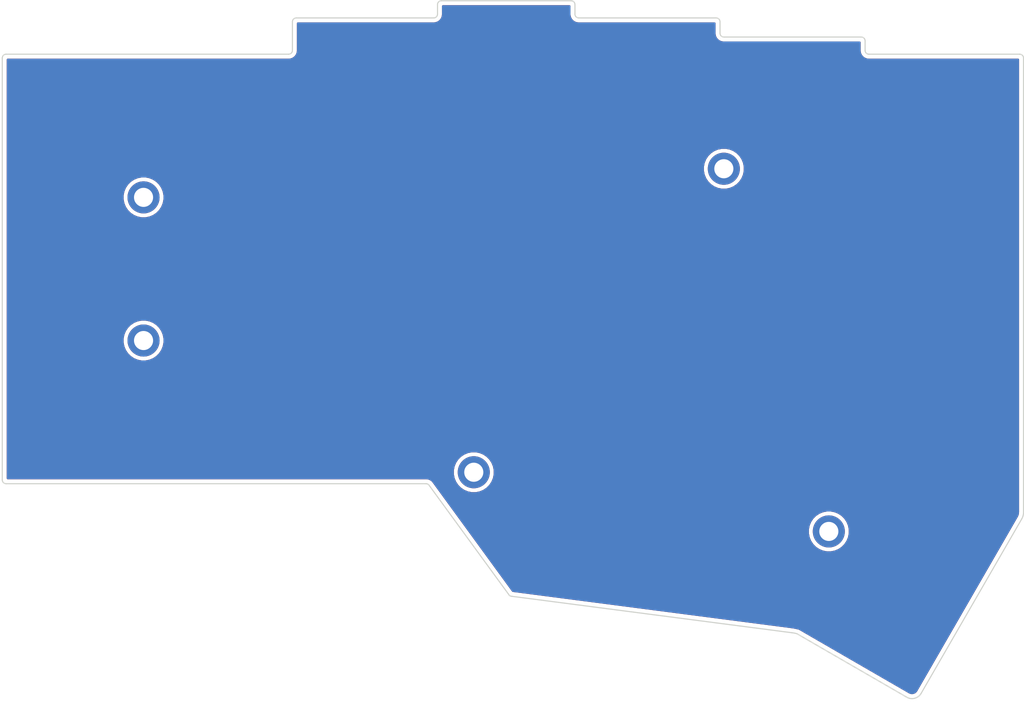
<source format=kicad_pcb>
(kicad_pcb (version 20171130) (host pcbnew "(5.1.5-0-10_14)")

  (general
    (thickness 1.6)
    (drawings 51)
    (tracks 0)
    (zones 0)
    (modules 7)
    (nets 1)
  )

  (page A4)
  (title_block
    (title "Corne Bottom Plate")
    (date 2018-11-15)
    (rev 2.1)
    (company foostan)
  )

  (layers
    (0 F.Cu signal)
    (31 B.Cu signal)
    (32 B.Adhes user)
    (33 F.Adhes user)
    (34 B.Paste user)
    (35 F.Paste user)
    (36 B.SilkS user)
    (37 F.SilkS user)
    (38 B.Mask user)
    (39 F.Mask user)
    (40 Dwgs.User user)
    (41 Cmts.User user)
    (42 Eco1.User user)
    (43 Eco2.User user)
    (44 Edge.Cuts user)
    (45 Margin user)
    (46 B.CrtYd user)
    (47 F.CrtYd user)
    (48 B.Fab user)
    (49 F.Fab user)
  )

  (setup
    (last_trace_width 0.25)
    (user_trace_width 0.2)
    (user_trace_width 0.5)
    (trace_clearance 0.2)
    (zone_clearance 0.508)
    (zone_45_only no)
    (trace_min 0.2)
    (via_size 0.6)
    (via_drill 0.4)
    (via_min_size 0.4)
    (via_min_drill 0.3)
    (uvia_size 0.3)
    (uvia_drill 0.1)
    (uvias_allowed no)
    (uvia_min_size 0.2)
    (uvia_min_drill 0.1)
    (edge_width 0.15)
    (segment_width 0.1)
    (pcb_text_width 0.3)
    (pcb_text_size 1.5 1.5)
    (mod_edge_width 0.15)
    (mod_text_size 1 1)
    (mod_text_width 0.15)
    (pad_size 4 4)
    (pad_drill 2.2)
    (pad_to_mask_clearance 0.2)
    (aux_axis_origin 194.75 68)
    (visible_elements FFFFFF7F)
    (pcbplotparams
      (layerselection 0x010f0_ffffffff)
      (usegerberextensions false)
      (usegerberattributes false)
      (usegerberadvancedattributes false)
      (creategerberjobfile false)
      (excludeedgelayer true)
      (linewidth 0.100000)
      (plotframeref false)
      (viasonmask false)
      (mode 1)
      (useauxorigin false)
      (hpglpennumber 1)
      (hpglpenspeed 20)
      (hpglpendiameter 15.000000)
      (psnegative false)
      (psa4output false)
      (plotreference true)
      (plotvalue true)
      (plotinvisibletext false)
      (padsonsilk false)
      (subtractmaskfromsilk false)
      (outputformat 1)
      (mirror false)
      (drillshape 0)
      (scaleselection 1)
      (outputdirectory "gerber/"))
  )

  (net 0 "")

  (net_class Default "これは標準のネット クラスです。"
    (clearance 0.2)
    (trace_width 0.25)
    (via_dia 0.6)
    (via_drill 0.4)
    (uvia_dia 0.3)
    (uvia_drill 0.1)
  )

  (module kbd:M2_Hole_TH (layer F.Cu) (tedit 5F76084B) (tstamp 5AAA5A9F)
    (at 79.5 105.5)
    (fp_text reference "" (at 0 -3.2) (layer F.SilkS)
      (effects (font (size 1 1) (thickness 0.15)))
    )
    (fp_text value "" (at 0 3.2) (layer F.Fab)
      (effects (font (size 1 1) (thickness 0.15)))
    )
    (fp_text user %R (at 0.3 0) (layer F.Fab)
      (effects (font (size 1 1) (thickness 0.15)))
    )
    (pad "" thru_hole circle (at 0 0) (size 4.2 4.2) (drill 2.5) (layers *.Cu *.Mask))
  )

  (module kbd:M2_Hole_TH (layer F.Cu) (tedit 5F76084B) (tstamp 5AAA5A7C)
    (at 79.5 86.75)
    (fp_text reference "" (at 0 -3.2) (layer F.SilkS)
      (effects (font (size 1 1) (thickness 0.15)))
    )
    (fp_text value "" (at 0 3.2) (layer F.Fab)
      (effects (font (size 1 1) (thickness 0.15)))
    )
    (fp_text user %R (at 0.3 0) (layer F.Fab)
      (effects (font (size 1 1) (thickness 0.15)))
    )
    (pad "" thru_hole circle (at 0 0) (size 4.2 4.2) (drill 2.5) (layers *.Cu *.Mask))
  )

  (module kbd:M2_Hole_TH (layer F.Cu) (tedit 5F76084B) (tstamp 5AAA7C39)
    (at 155.5 83)
    (fp_text reference "" (at 0 -3.2) (layer F.SilkS)
      (effects (font (size 1 1) (thickness 0.15)))
    )
    (fp_text value "" (at 0 3.2) (layer F.Fab)
      (effects (font (size 1 1) (thickness 0.15)))
    )
    (fp_text user %R (at 0.3 0) (layer F.Fab)
      (effects (font (size 1 1) (thickness 0.15)))
    )
    (pad "" thru_hole circle (at 0 0) (size 4.2 4.2) (drill 2.5) (layers *.Cu *.Mask))
  )

  (module kbd:M2_Hole_TH (layer F.Cu) (tedit 5F76084B) (tstamp 5AAA7C4A)
    (at 122.75 122.75)
    (fp_text reference "" (at 0 -3.2) (layer F.SilkS)
      (effects (font (size 1 1) (thickness 0.15)))
    )
    (fp_text value "" (at 0 3.2) (layer F.Fab)
      (effects (font (size 1 1) (thickness 0.15)))
    )
    (fp_text user %R (at 0.3 0) (layer F.Fab)
      (effects (font (size 1 1) (thickness 0.15)))
    )
    (pad "" thru_hole circle (at 0 0) (size 4.2 4.2) (drill 2.5) (layers *.Cu *.Mask))
  )

  (module kbd:M2_Hole_TH (layer F.Cu) (tedit 5F76084B) (tstamp 5AAA7D53)
    (at 169.25 130.5)
    (fp_text reference "" (at 0 -3.2) (layer F.SilkS)
      (effects (font (size 1 1) (thickness 0.15)))
    )
    (fp_text value "" (at 0 3.2) (layer F.Fab)
      (effects (font (size 1 1) (thickness 0.15)))
    )
    (fp_text user %R (at 0.3 0) (layer F.Fab)
      (effects (font (size 1 1) (thickness 0.15)))
    )
    (pad "" thru_hole circle (at 0 0) (size 4.2 4.2) (drill 2.5) (layers *.Cu *.Mask))
  )

  (module kbd:corne-horizontal (layer B.Cu) (tedit 0) (tstamp 5F540657)
    (at 127.44 96.53 180)
    (fp_text reference G*** (at 0 0) (layer B.SilkS) hide
      (effects (font (size 1.524 1.524) (thickness 0.3)) (justify mirror))
    )
    (fp_text value LOGO (at 0.75 0) (layer B.SilkS) hide
      (effects (font (size 1.524 1.524) (thickness 0.3)) (justify mirror))
    )
    (fp_poly (pts (xy -21.766749 6.826171) (xy -21.505334 6.778321) (xy -20.942627 6.590711) (xy -20.353537 6.302414)
      (xy -19.808894 5.951396) (xy -19.518846 5.713644) (xy -19.104085 5.332853) (xy -19.345251 5.08113)
      (xy -19.586416 4.829408) (xy -19.9978 5.214209) (xy -20.299966 5.456872) (xy -20.671921 5.700831)
      (xy -20.978425 5.866015) (xy -21.290113 6.000713) (xy -21.567904 6.08574) (xy -21.876025 6.13507)
      (xy -22.2787 6.162674) (xy -22.35765 6.166068) (xy -22.780568 6.170049) (xy -23.204081 6.151956)
      (xy -23.556186 6.115526) (xy -23.649881 6.099) (xy -24.424146 5.855401) (xy -25.122584 5.467737)
      (xy -25.739509 4.94607) (xy -26.269231 4.300462) (xy -26.706062 3.540972) (xy -27.044314 2.677663)
      (xy -27.278297 1.720595) (xy -27.402324 0.679829) (xy -27.410705 -0.434574) (xy -27.405325 -0.543084)
      (xy -27.283699 -1.647329) (xy -27.046496 -2.656586) (xy -26.697751 -3.559972) (xy -26.241498 -4.346606)
      (xy -25.792169 -4.894608) (xy -25.165876 -5.452618) (xy -24.498168 -5.854445) (xy -23.762989 -6.112541)
      (xy -22.987 -6.235235) (xy -22.164009 -6.219865) (xy -21.359643 -6.040939) (xy -20.589949 -5.704214)
      (xy -19.870976 -5.215448) (xy -19.675326 -5.047061) (xy -19.158927 -4.579746) (xy -18.702595 -5.056054)
      (xy -19.29216 -5.601901) (xy -19.628129 -5.886941) (xy -19.998871 -6.161069) (xy -20.337554 -6.375788)
      (xy -20.418363 -6.419076) (xy -21.166303 -6.711543) (xy -21.9919 -6.884114) (xy -22.847951 -6.931277)
      (xy -23.687253 -6.847519) (xy -23.833667 -6.817946) (xy -24.688151 -6.547985) (xy -25.462413 -6.135328)
      (xy -26.150949 -5.589237) (xy -26.748257 -4.918972) (xy -27.248831 -4.133796) (xy -27.647169 -3.24297)
      (xy -27.937767 -2.255756) (xy -28.11512 -1.181414) (xy -28.173726 -0.029206) (xy -28.162058 0.465666)
      (xy -28.06523 1.568195) (xy -27.874969 2.548213) (xy -27.584834 3.428487) (xy -27.188385 4.231787)
      (xy -27.019446 4.50491) (xy -26.437847 5.250942) (xy -25.754625 5.870459) (xy -24.984006 6.35306)
      (xy -24.140214 6.688346) (xy -23.968334 6.735683) (xy -23.473553 6.824673) (xy -22.896085 6.870207)
      (xy -22.304344 6.871101) (xy -21.766749 6.826171)) (layer B.Mask) (width 0.01))
    (fp_poly (pts (xy -10.497518 6.818595) (xy -9.702452 6.626129) (xy -8.976484 6.293693) (xy -8.293634 5.810498)
      (xy -7.872394 5.422332) (xy -7.254283 4.689976) (xy -6.758684 3.853773) (xy -6.383152 2.907878)
      (xy -6.125245 1.846446) (xy -6.006397 0.958869) (xy -5.963605 -0.28938) (xy -6.068197 -1.497345)
      (xy -6.31719 -2.647104) (xy -6.707601 -3.720731) (xy -6.828108 -3.977494) (xy -7.228382 -4.655068)
      (xy -7.72851 -5.287014) (xy -8.294462 -5.837731) (xy -8.892206 -6.271617) (xy -9.162046 -6.419046)
      (xy -10.011328 -6.740555) (xy -10.908344 -6.906354) (xy -11.827795 -6.913507) (xy -12.530667 -6.810028)
      (xy -13.208788 -6.611287) (xy -13.819358 -6.313738) (xy -14.402775 -5.894151) (xy -14.86367 -5.468527)
      (xy -15.293837 -5.005006) (xy -15.622176 -4.571424) (xy -15.891993 -4.11048) (xy -15.896284 -4.102156)
      (xy -16.306506 -3.138928) (xy -16.602802 -2.081708) (xy -16.778775 -0.967317) (xy -16.81633 -0.102049)
      (xy -16.071889 -0.102049) (xy -16.054333 -0.524061) (xy -15.93183 -1.632136) (xy -15.711412 -2.612472)
      (xy -15.387771 -3.479097) (xy -14.955601 -4.246039) (xy -14.409594 -4.927324) (xy -14.374178 -4.964656)
      (xy -13.73432 -5.519128) (xy -13.028267 -5.919119) (xy -12.264785 -6.161982) (xy -11.452641 -6.245073)
      (xy -10.600601 -6.165746) (xy -10.475824 -6.140935) (xy -9.717712 -5.895733) (xy -9.023934 -5.500485)
      (xy -8.403959 -4.965345) (xy -7.867261 -4.300468) (xy -7.423309 -3.516007) (xy -7.081577 -2.622116)
      (xy -7.030954 -2.44786) (xy -6.858559 -1.643067) (xy -6.754178 -0.752999) (xy -6.72339 0.150213)
      (xy -6.767586 0.956576) (xy -6.945971 2.074697) (xy -7.226596 3.059012) (xy -7.610655 3.911594)
      (xy -8.09934 4.634517) (xy -8.693846 5.229854) (xy -9.395364 5.699678) (xy -9.54005 5.77453)
      (xy -9.862437 5.930187) (xy -10.114542 6.033481) (xy -10.349994 6.09696) (xy -10.622422 6.133171)
      (xy -10.985455 6.154661) (xy -11.201272 6.163194) (xy -11.908444 6.15678) (xy -12.508147 6.071769)
      (xy -13.048407 5.896607) (xy -13.577252 5.619741) (xy -13.650164 5.574086) (xy -14.268762 5.082534)
      (xy -14.807958 4.455429) (xy -15.260865 3.710237) (xy -15.620599 2.864426) (xy -15.880271 1.935463)
      (xy -16.032997 0.940816) (xy -16.071889 -0.102049) (xy -16.81633 -0.102049) (xy -16.828026 0.167427)
      (xy -16.780418 0.986206) (xy -16.613352 2.102484) (xy -16.353481 3.087775) (xy -15.994364 3.956745)
      (xy -15.529565 4.724057) (xy -14.952643 5.404378) (xy -14.758073 5.59247) (xy -14.049914 6.145469)
      (xy -13.285632 6.541797) (xy -12.454891 6.785408) (xy -11.547358 6.880256) (xy -11.387667 6.881878)
      (xy -10.497518 6.818595)) (layer B.Mask) (width 0.01))
    (fp_poly (pts (xy -0.381 6.641597) (xy 0.432122 6.637648) (xy 1.099157 6.627084) (xy 1.643317 6.606657)
      (xy 2.087813 6.57312) (xy 2.455859 6.523223) (xy 2.770665 6.45372) (xy 3.055445 6.361363)
      (xy 3.333411 6.242902) (xy 3.627774 6.095091) (xy 3.664815 6.075486) (xy 4.170631 5.740988)
      (xy 4.56632 5.320461) (xy 4.887924 4.775152) (xy 4.902105 4.745197) (xy 4.995751 4.530893)
      (xy 5.058462 4.333726) (xy 5.096331 4.111414) (xy 5.115454 3.82168) (xy 5.121923 3.422245)
      (xy 5.122333 3.217333) (xy 5.11941 2.762174) (xy 5.106463 2.43372) (xy 5.077228 2.189383)
      (xy 5.02544 1.986578) (xy 4.944834 1.782716) (xy 4.895421 1.67487) (xy 4.51035 1.047408)
      (xy 3.998655 0.519151) (xy 3.380616 0.105084) (xy 2.676512 -0.179805) (xy 2.253905 -0.277039)
      (xy 1.945799 -0.338586) (xy 1.780002 -0.397837) (xy 1.730041 -0.466135) (xy 1.736615 -0.498669)
      (xy 1.789142 -0.596486) (xy 1.919096 -0.82361) (xy 2.117052 -1.163985) (xy 2.373587 -1.601557)
      (xy 2.679276 -2.120268) (xy 3.024694 -2.704063) (xy 3.400416 -3.336887) (xy 3.559256 -3.603802)
      (xy 3.942406 -4.248458) (xy 4.297148 -4.847699) (xy 4.614381 -5.385976) (xy 4.885005 -5.847738)
      (xy 5.09992 -6.217435) (xy 5.250026 -6.479518) (xy 5.326224 -6.618438) (xy 5.334 -6.636391)
      (xy 5.258046 -6.666389) (xy 5.064825 -6.683996) (xy 4.931833 -6.686104) (xy 4.529666 -6.68354)
      (xy 2.667 -3.556) (xy 0.804333 -0.42846) (xy -2.116667 -0.423334) (xy -2.116667 -6.688667)
      (xy -2.879693 -6.688667) (xy -2.858013 -0.021167) (xy -2.838399 6.011333) (xy -2.116667 6.011333)
      (xy -2.116667 0.146084) (xy -0.232834 0.19256) (xy 0.529155 0.216323) (xy 1.137493 0.246759)
      (xy 1.607775 0.285051) (xy 1.955596 0.332385) (xy 2.139255 0.372812) (xy 2.83722 0.620726)
      (xy 3.395788 0.948936) (xy 3.830492 1.369395) (xy 4.156862 1.894054) (xy 4.179737 1.943032)
      (xy 4.299428 2.337315) (xy 4.362381 2.831726) (xy 4.368939 3.366973) (xy 4.319443 3.883761)
      (xy 4.214236 4.322797) (xy 4.165293 4.445) (xy 3.94745 4.842118) (xy 3.682599 5.170521)
      (xy 3.35485 5.435727) (xy 2.948311 5.643254) (xy 2.44709 5.79862) (xy 1.835295 5.90734)
      (xy 1.097035 5.974934) (xy 0.216418 6.006919) (xy -0.346115 6.011333) (xy -2.116667 6.011333)
      (xy -2.838399 6.011333) (xy -2.836334 6.646333) (xy -0.381 6.641597)) (layer B.Mask) (width 0.01))
    (fp_poly (pts (xy 11.585908 1.926166) (xy 12.108514 1.060961) (xy 12.626651 0.201844) (xy 13.130052 -0.634076)
      (xy 13.608449 -1.429695) (xy 14.051575 -2.167905) (xy 14.449163 -2.8316) (xy 14.790944 -3.403674)
      (xy 15.066652 -3.867021) (xy 15.266019 -4.204533) (xy 15.282901 -4.233334) (xy 15.537891 -4.668312)
      (xy 15.761911 -5.049531) (xy 15.941586 -5.354303) (xy 16.063538 -5.559942) (xy 16.11439 -5.64376)
      (xy 16.11496 -5.644498) (xy 16.116897 -5.564393) (xy 16.118057 -5.32819) (xy 16.118466 -4.949123)
      (xy 16.118149 -4.440425) (xy 16.117134 -3.815331) (xy 16.115446 -3.087073) (xy 16.113112 -2.268885)
      (xy 16.110157 -1.374002) (xy 16.106607 -0.415656) (xy 16.10282 0.515002) (xy 16.076641 6.688666)
      (xy 16.764 6.688666) (xy 16.764 -6.688667) (xy 16.361833 -6.685026) (xy 15.959666 -6.681386)
      (xy 13.462 -2.525977) (xy 12.958434 -1.687477) (xy 12.445718 -0.832423) (xy 11.937017 0.017144)
      (xy 11.445495 0.839185) (xy 10.984317 1.611661) (xy 10.566649 2.312531) (xy 10.205656 2.919755)
      (xy 9.914502 3.411295) (xy 9.835487 3.545216) (xy 9.530874 4.060837) (xy 9.253115 4.528448)
      (xy 9.014142 4.928164) (xy 8.825888 5.240102) (xy 8.700287 5.444378) (xy 8.650154 5.520316)
      (xy 8.641266 5.447728) (xy 8.633475 5.218954) (xy 8.626851 4.847142) (xy 8.621462 4.345436)
      (xy 8.617376 3.726983) (xy 8.614662 3.004927) (xy 8.613389 2.192414) (xy 8.613624 1.30259)
      (xy 8.615438 0.348601) (xy 8.618477 -0.554517) (xy 8.643288 -6.688667) (xy 7.958666 -6.688667)
      (xy 7.958666 6.688666) (xy 8.706935 6.688666) (xy 11.585908 1.926166)) (layer B.Mask) (width 0.01))
    (fp_poly (pts (xy 27.94 6.011333) (xy 21.420666 6.011333) (xy 21.420666 0.762) (xy 26.934221 0.762)
      (xy 26.907944 0.4445) (xy 26.881666 0.127) (xy 24.151166 0.10466) (xy 21.420666 0.082321)
      (xy 21.420666 -6.011334) (xy 28.109333 -6.011334) (xy 28.109333 -6.688667) (xy 20.743333 -6.688667)
      (xy 20.743333 6.688666) (xy 27.94 6.688666) (xy 27.94 6.011333)) (layer B.Mask) (width 0.01))
  )

  (module kbd:corne-horizontal (layer F.Cu) (tedit 0) (tstamp 5F54064E)
    (at 127.52 96.53)
    (fp_text reference G*** (at 0 0) (layer F.SilkS) hide
      (effects (font (size 1.524 1.524) (thickness 0.3)))
    )
    (fp_text value LOGO (at 0.75 0) (layer F.SilkS) hide
      (effects (font (size 1.524 1.524) (thickness 0.3)))
    )
    (fp_poly (pts (xy 27.94 -6.011333) (xy 21.420666 -6.011333) (xy 21.420666 -0.762) (xy 26.934221 -0.762)
      (xy 26.907944 -0.4445) (xy 26.881666 -0.127) (xy 24.151166 -0.10466) (xy 21.420666 -0.082321)
      (xy 21.420666 6.011334) (xy 28.109333 6.011334) (xy 28.109333 6.688667) (xy 20.743333 6.688667)
      (xy 20.743333 -6.688666) (xy 27.94 -6.688666) (xy 27.94 -6.011333)) (layer F.Mask) (width 0.01))
    (fp_poly (pts (xy 11.585908 -1.926166) (xy 12.108514 -1.060961) (xy 12.626651 -0.201844) (xy 13.130052 0.634076)
      (xy 13.608449 1.429695) (xy 14.051575 2.167905) (xy 14.449163 2.8316) (xy 14.790944 3.403674)
      (xy 15.066652 3.867021) (xy 15.266019 4.204533) (xy 15.282901 4.233334) (xy 15.537891 4.668312)
      (xy 15.761911 5.049531) (xy 15.941586 5.354303) (xy 16.063538 5.559942) (xy 16.11439 5.64376)
      (xy 16.11496 5.644498) (xy 16.116897 5.564393) (xy 16.118057 5.32819) (xy 16.118466 4.949123)
      (xy 16.118149 4.440425) (xy 16.117134 3.815331) (xy 16.115446 3.087073) (xy 16.113112 2.268885)
      (xy 16.110157 1.374002) (xy 16.106607 0.415656) (xy 16.10282 -0.515002) (xy 16.076641 -6.688666)
      (xy 16.764 -6.688666) (xy 16.764 6.688667) (xy 16.361833 6.685026) (xy 15.959666 6.681386)
      (xy 13.462 2.525977) (xy 12.958434 1.687477) (xy 12.445718 0.832423) (xy 11.937017 -0.017144)
      (xy 11.445495 -0.839185) (xy 10.984317 -1.611661) (xy 10.566649 -2.312531) (xy 10.205656 -2.919755)
      (xy 9.914502 -3.411295) (xy 9.835487 -3.545216) (xy 9.530874 -4.060837) (xy 9.253115 -4.528448)
      (xy 9.014142 -4.928164) (xy 8.825888 -5.240102) (xy 8.700287 -5.444378) (xy 8.650154 -5.520316)
      (xy 8.641266 -5.447728) (xy 8.633475 -5.218954) (xy 8.626851 -4.847142) (xy 8.621462 -4.345436)
      (xy 8.617376 -3.726983) (xy 8.614662 -3.004927) (xy 8.613389 -2.192414) (xy 8.613624 -1.30259)
      (xy 8.615438 -0.348601) (xy 8.618477 0.554517) (xy 8.643288 6.688667) (xy 7.958666 6.688667)
      (xy 7.958666 -6.688666) (xy 8.706935 -6.688666) (xy 11.585908 -1.926166)) (layer F.Mask) (width 0.01))
    (fp_poly (pts (xy -0.381 -6.641597) (xy 0.432122 -6.637648) (xy 1.099157 -6.627084) (xy 1.643317 -6.606657)
      (xy 2.087813 -6.57312) (xy 2.455859 -6.523223) (xy 2.770665 -6.45372) (xy 3.055445 -6.361363)
      (xy 3.333411 -6.242902) (xy 3.627774 -6.095091) (xy 3.664815 -6.075486) (xy 4.170631 -5.740988)
      (xy 4.56632 -5.320461) (xy 4.887924 -4.775152) (xy 4.902105 -4.745197) (xy 4.995751 -4.530893)
      (xy 5.058462 -4.333726) (xy 5.096331 -4.111414) (xy 5.115454 -3.82168) (xy 5.121923 -3.422245)
      (xy 5.122333 -3.217333) (xy 5.11941 -2.762174) (xy 5.106463 -2.43372) (xy 5.077228 -2.189383)
      (xy 5.02544 -1.986578) (xy 4.944834 -1.782716) (xy 4.895421 -1.67487) (xy 4.51035 -1.047408)
      (xy 3.998655 -0.519151) (xy 3.380616 -0.105084) (xy 2.676512 0.179805) (xy 2.253905 0.277039)
      (xy 1.945799 0.338586) (xy 1.780002 0.397837) (xy 1.730041 0.466135) (xy 1.736615 0.498669)
      (xy 1.789142 0.596486) (xy 1.919096 0.82361) (xy 2.117052 1.163985) (xy 2.373587 1.601557)
      (xy 2.679276 2.120268) (xy 3.024694 2.704063) (xy 3.400416 3.336887) (xy 3.559256 3.603802)
      (xy 3.942406 4.248458) (xy 4.297148 4.847699) (xy 4.614381 5.385976) (xy 4.885005 5.847738)
      (xy 5.09992 6.217435) (xy 5.250026 6.479518) (xy 5.326224 6.618438) (xy 5.334 6.636391)
      (xy 5.258046 6.666389) (xy 5.064825 6.683996) (xy 4.931833 6.686104) (xy 4.529666 6.68354)
      (xy 2.667 3.556) (xy 0.804333 0.42846) (xy -2.116667 0.423334) (xy -2.116667 6.688667)
      (xy -2.879693 6.688667) (xy -2.858013 0.021167) (xy -2.838399 -6.011333) (xy -2.116667 -6.011333)
      (xy -2.116667 -0.146084) (xy -0.232834 -0.19256) (xy 0.529155 -0.216323) (xy 1.137493 -0.246759)
      (xy 1.607775 -0.285051) (xy 1.955596 -0.332385) (xy 2.139255 -0.372812) (xy 2.83722 -0.620726)
      (xy 3.395788 -0.948936) (xy 3.830492 -1.369395) (xy 4.156862 -1.894054) (xy 4.179737 -1.943032)
      (xy 4.299428 -2.337315) (xy 4.362381 -2.831726) (xy 4.368939 -3.366973) (xy 4.319443 -3.883761)
      (xy 4.214236 -4.322797) (xy 4.165293 -4.445) (xy 3.94745 -4.842118) (xy 3.682599 -5.170521)
      (xy 3.35485 -5.435727) (xy 2.948311 -5.643254) (xy 2.44709 -5.79862) (xy 1.835295 -5.90734)
      (xy 1.097035 -5.974934) (xy 0.216418 -6.006919) (xy -0.346115 -6.011333) (xy -2.116667 -6.011333)
      (xy -2.838399 -6.011333) (xy -2.836334 -6.646333) (xy -0.381 -6.641597)) (layer F.Mask) (width 0.01))
    (fp_poly (pts (xy -10.497518 -6.818595) (xy -9.702452 -6.626129) (xy -8.976484 -6.293693) (xy -8.293634 -5.810498)
      (xy -7.872394 -5.422332) (xy -7.254283 -4.689976) (xy -6.758684 -3.853773) (xy -6.383152 -2.907878)
      (xy -6.125245 -1.846446) (xy -6.006397 -0.958869) (xy -5.963605 0.28938) (xy -6.068197 1.497345)
      (xy -6.31719 2.647104) (xy -6.707601 3.720731) (xy -6.828108 3.977494) (xy -7.228382 4.655068)
      (xy -7.72851 5.287014) (xy -8.294462 5.837731) (xy -8.892206 6.271617) (xy -9.162046 6.419046)
      (xy -10.011328 6.740555) (xy -10.908344 6.906354) (xy -11.827795 6.913507) (xy -12.530667 6.810028)
      (xy -13.208788 6.611287) (xy -13.819358 6.313738) (xy -14.402775 5.894151) (xy -14.86367 5.468527)
      (xy -15.293837 5.005006) (xy -15.622176 4.571424) (xy -15.891993 4.11048) (xy -15.896284 4.102156)
      (xy -16.306506 3.138928) (xy -16.602802 2.081708) (xy -16.778775 0.967317) (xy -16.81633 0.102049)
      (xy -16.071889 0.102049) (xy -16.054333 0.524061) (xy -15.93183 1.632136) (xy -15.711412 2.612472)
      (xy -15.387771 3.479097) (xy -14.955601 4.246039) (xy -14.409594 4.927324) (xy -14.374178 4.964656)
      (xy -13.73432 5.519128) (xy -13.028267 5.919119) (xy -12.264785 6.161982) (xy -11.452641 6.245073)
      (xy -10.600601 6.165746) (xy -10.475824 6.140935) (xy -9.717712 5.895733) (xy -9.023934 5.500485)
      (xy -8.403959 4.965345) (xy -7.867261 4.300468) (xy -7.423309 3.516007) (xy -7.081577 2.622116)
      (xy -7.030954 2.44786) (xy -6.858559 1.643067) (xy -6.754178 0.752999) (xy -6.72339 -0.150213)
      (xy -6.767586 -0.956576) (xy -6.945971 -2.074697) (xy -7.226596 -3.059012) (xy -7.610655 -3.911594)
      (xy -8.09934 -4.634517) (xy -8.693846 -5.229854) (xy -9.395364 -5.699678) (xy -9.54005 -5.77453)
      (xy -9.862437 -5.930187) (xy -10.114542 -6.033481) (xy -10.349994 -6.09696) (xy -10.622422 -6.133171)
      (xy -10.985455 -6.154661) (xy -11.201272 -6.163194) (xy -11.908444 -6.15678) (xy -12.508147 -6.071769)
      (xy -13.048407 -5.896607) (xy -13.577252 -5.619741) (xy -13.650164 -5.574086) (xy -14.268762 -5.082534)
      (xy -14.807958 -4.455429) (xy -15.260865 -3.710237) (xy -15.620599 -2.864426) (xy -15.880271 -1.935463)
      (xy -16.032997 -0.940816) (xy -16.071889 0.102049) (xy -16.81633 0.102049) (xy -16.828026 -0.167427)
      (xy -16.780418 -0.986206) (xy -16.613352 -2.102484) (xy -16.353481 -3.087775) (xy -15.994364 -3.956745)
      (xy -15.529565 -4.724057) (xy -14.952643 -5.404378) (xy -14.758073 -5.59247) (xy -14.049914 -6.145469)
      (xy -13.285632 -6.541797) (xy -12.454891 -6.785408) (xy -11.547358 -6.880256) (xy -11.387667 -6.881878)
      (xy -10.497518 -6.818595)) (layer F.Mask) (width 0.01))
    (fp_poly (pts (xy -21.766749 -6.826171) (xy -21.505334 -6.778321) (xy -20.942627 -6.590711) (xy -20.353537 -6.302414)
      (xy -19.808894 -5.951396) (xy -19.518846 -5.713644) (xy -19.104085 -5.332853) (xy -19.345251 -5.08113)
      (xy -19.586416 -4.829408) (xy -19.9978 -5.214209) (xy -20.299966 -5.456872) (xy -20.671921 -5.700831)
      (xy -20.978425 -5.866015) (xy -21.290113 -6.000713) (xy -21.567904 -6.08574) (xy -21.876025 -6.13507)
      (xy -22.2787 -6.162674) (xy -22.35765 -6.166068) (xy -22.780568 -6.170049) (xy -23.204081 -6.151956)
      (xy -23.556186 -6.115526) (xy -23.649881 -6.099) (xy -24.424146 -5.855401) (xy -25.122584 -5.467737)
      (xy -25.739509 -4.94607) (xy -26.269231 -4.300462) (xy -26.706062 -3.540972) (xy -27.044314 -2.677663)
      (xy -27.278297 -1.720595) (xy -27.402324 -0.679829) (xy -27.410705 0.434574) (xy -27.405325 0.543084)
      (xy -27.283699 1.647329) (xy -27.046496 2.656586) (xy -26.697751 3.559972) (xy -26.241498 4.346606)
      (xy -25.792169 4.894608) (xy -25.165876 5.452618) (xy -24.498168 5.854445) (xy -23.762989 6.112541)
      (xy -22.987 6.235235) (xy -22.164009 6.219865) (xy -21.359643 6.040939) (xy -20.589949 5.704214)
      (xy -19.870976 5.215448) (xy -19.675326 5.047061) (xy -19.158927 4.579746) (xy -18.702595 5.056054)
      (xy -19.29216 5.601901) (xy -19.628129 5.886941) (xy -19.998871 6.161069) (xy -20.337554 6.375788)
      (xy -20.418363 6.419076) (xy -21.166303 6.711543) (xy -21.9919 6.884114) (xy -22.847951 6.931277)
      (xy -23.687253 6.847519) (xy -23.833667 6.817946) (xy -24.688151 6.547985) (xy -25.462413 6.135328)
      (xy -26.150949 5.589237) (xy -26.748257 4.918972) (xy -27.248831 4.133796) (xy -27.647169 3.24297)
      (xy -27.937767 2.255756) (xy -28.11512 1.181414) (xy -28.173726 0.029206) (xy -28.162058 -0.465666)
      (xy -28.06523 -1.568195) (xy -27.874969 -2.548213) (xy -27.584834 -3.428487) (xy -27.188385 -4.231787)
      (xy -27.019446 -4.50491) (xy -26.437847 -5.250942) (xy -25.754625 -5.870459) (xy -24.984006 -6.35306)
      (xy -24.140214 -6.688346) (xy -23.968334 -6.735683) (xy -23.473553 -6.824673) (xy -22.896085 -6.870207)
      (xy -22.304344 -6.871101) (xy -21.766749 -6.826171)) (layer F.Mask) (width 0.01))
  )

  (gr_line (start 169.25 128.05) (end 169.25 132.950063) (layer F.Fab) (width 0.1) (tstamp 5B88C1AA))
  (gr_line (start 166.8 130.5) (end 171.7 130.5) (layer F.Fab) (width 0.1) (tstamp 5B88C1A9))
  (gr_line (start 122.75 120.3) (end 122.75 125.200063) (layer F.Fab) (width 0.1) (tstamp 5B88C1A6))
  (gr_line (start 120.3 122.75) (end 125.2 122.75) (layer F.Fab) (width 0.1) (tstamp 5B88C1A5))
  (gr_line (start 79.5 103.05) (end 79.5 107.950063) (layer F.Fab) (width 0.1) (tstamp 5B88C19E))
  (gr_line (start 77.05 105.5) (end 81.95 105.5) (layer F.Fab) (width 0.1) (tstamp 5B88C19D))
  (gr_line (start 79.5 84.3) (end 79.5 89.200063) (layer F.Fab) (width 0.1) (tstamp 5B88C19A))
  (gr_line (start 77.05 86.75) (end 81.95 86.75) (layer F.Fab) (width 0.1) (tstamp 5B88C199))
  (gr_line (start 153.05 83) (end 157.95 83) (layer F.Fab) (width 0.1))
  (gr_line (start 155.5 80.55) (end 155.5 85.450063) (layer F.Fab) (width 0.1))
  (gr_arc (start 193.047765 127.997697) (end 194.522764 128.847696) (angle -30.71750663) (layer Edge.Cuts) (width 0.15))
  (gr_arc (start 180.14425 151.010957) (end 179.369251 152.160956) (angle -90.22347501) (layer Edge.Cuts) (width 0.15))
  (gr_arc (start 164.087404 147.16844) (end 165.075 143.9) (angle -11.21335546) (layer Edge.Cuts) (width 0.15))
  (gr_line (start 181.297263 151.781465) (end 194.525 128.85) (layer Edge.Cuts) (width 0.15))
  (gr_line (start 165.075 143.9) (end 179.369251 152.160956) (layer Edge.Cuts) (width 0.15))
  (gr_line (start 127.75 139) (end 164.420556 143.770344) (layer Edge.Cuts) (width 0.15))
  (gr_arc (start 127.75 138.5) (end 127.75 139) (angle 45) (layer Edge.Cuts) (width 0.15))
  (gr_line (start 116.853553 124.396447) (end 127.396447 138.853553) (angle 90) (layer Edge.Cuts) (width 0.15))
  (gr_line (start 169.26 130.5) (end 169.25 130.5) (angle 90) (layer Eco2.User) (width 2.5) (tstamp 5AAFF2CD))
  (gr_line (start 122.76 122.75) (end 122.75 122.75) (angle 90) (layer Eco2.User) (width 2.5) (tstamp 5AAFF292))
  (gr_line (start 155.51 83) (end 155.5 83) (angle 90) (layer Eco2.User) (width 2.5) (tstamp 5AAFF245))
  (gr_line (start 79.5 105.5) (end 79.51 105.5) (angle 90) (layer Eco2.User) (width 2.5) (tstamp 5AAFF0EB))
  (gr_line (start 79.5 86.75) (end 79.51 86.75) (angle 90) (layer Eco2.User) (width 2.5))
  (gr_line (start 174 66.25) (end 174 67.5) (angle 90) (layer Edge.Cuts) (width 0.15))
  (gr_arc (start 173.5 66.25) (end 173.5 65.75) (angle 90) (layer Edge.Cuts) (width 0.15))
  (gr_arc (start 174.5 67.5) (end 174.5 68) (angle 90) (layer Edge.Cuts) (width 0.15))
  (gr_line (start 194.25 68) (end 174.5 68) (angle 90) (layer Edge.Cuts) (width 0.15))
  (gr_arc (start 116.5 124.75) (end 116.5 124.25) (angle 45) (layer Edge.Cuts) (width 0.15))
  (gr_arc (start 61.5 123.75) (end 61.5 124.25) (angle 90) (layer Edge.Cuts) (width 0.15) (tstamp 5B896E1E))
  (gr_arc (start 61.5 68.5) (end 61 68.5) (angle 90) (layer Edge.Cuts) (width 0.15))
  (gr_arc (start 98.5 67.5) (end 99 67.5) (angle 90) (layer Edge.Cuts) (width 0.15))
  (gr_arc (start 99.5 63.75) (end 99 63.75) (angle 90) (layer Edge.Cuts) (width 0.15))
  (gr_arc (start 117.5 62.75) (end 118 62.75) (angle 90) (layer Edge.Cuts) (width 0.15))
  (gr_arc (start 118.5 61.5) (end 118 61.5) (angle 90) (layer Edge.Cuts) (width 0.15))
  (gr_arc (start 135.5 61.5) (end 135.5 61) (angle 90) (layer Edge.Cuts) (width 0.15))
  (gr_arc (start 136.5 62.75) (end 136.5 63.25) (angle 90) (layer Edge.Cuts) (width 0.15))
  (gr_arc (start 154.5 63.75) (end 154.5 63.25) (angle 90) (layer Edge.Cuts) (width 0.15))
  (gr_arc (start 155.5 65.25) (end 155.5 65.75) (angle 90) (layer Edge.Cuts) (width 0.15))
  (gr_arc (start 194.25 68.5) (end 194.25 68) (angle 90) (layer Edge.Cuts) (width 0.15))
  (gr_line (start 194.75 68.5) (end 194.75 127.975) (angle 90) (layer Edge.Cuts) (width 0.15))
  (gr_line (start 116.5 124.25) (end 61.499995 124.25) (angle 90) (layer Edge.Cuts) (width 0.15))
  (gr_line (start 61 68.5) (end 61 123.75) (angle 90) (layer Edge.Cuts) (width 0.15))
  (gr_line (start 98.5 68) (end 61.5 68) (angle 90) (layer Edge.Cuts) (width 0.15))
  (gr_line (start 99 63.75) (end 99 67.5) (angle 90) (layer Edge.Cuts) (width 0.15))
  (gr_line (start 117.5 63.25) (end 99.5 63.25) (angle 90) (layer Edge.Cuts) (width 0.15))
  (gr_line (start 118 61.5) (end 118 62.75) (angle 90) (layer Edge.Cuts) (width 0.15))
  (gr_line (start 135.5 61) (end 118.5 61) (angle 90) (layer Edge.Cuts) (width 0.15))
  (gr_line (start 136 62.75) (end 136 61.5) (angle 90) (layer Edge.Cuts) (width 0.15))
  (gr_line (start 154.5 63.25) (end 136.5 63.25) (angle 90) (layer Edge.Cuts) (width 0.15))
  (gr_line (start 155 65.25) (end 155 63.75) (angle 90) (layer Edge.Cuts) (width 0.15))
  (gr_line (start 173.5 65.75) (end 155.5 65.75) (angle 90) (layer Edge.Cuts) (width 0.15))

  (zone (net 0) (net_name "") (layer F.Cu) (tstamp 5F37FC3D) (hatch edge 0.508)
    (connect_pads (clearance 0.508))
    (min_thickness 0.254)
    (fill yes (arc_segments 16) (thermal_gap 0.508) (thermal_bridge_width 0.508))
    (polygon
      (pts
        (xy 194.7 67.9) (xy 174 67.9) (xy 174 65.7) (xy 155 65.7) (xy 155 63.2)
        (xy 136 63.2) (xy 136 60.9) (xy 118 60.9) (xy 118 63.2) (xy 98.8 63.2)
        (xy 98.9 67.9) (xy 60.7 68) (xy 60.9 124.7) (xy 116.6 124.2) (xy 127.4 139.1)
        (xy 165.05 143.9) (xy 180.75 152.775) (xy 194.8 128.1) (xy 194.8 67.9)
      )
    )
    (filled_polygon
      (pts
        (xy 135.29 62.784876) (xy 135.292955 62.814876) (xy 135.292934 62.817839) (xy 135.293901 62.827705) (xy 135.298941 62.87566)
        (xy 135.300273 62.889183) (xy 135.30041 62.889634) (xy 135.304101 62.924754) (xy 135.317045 62.987811) (xy 135.329099 63.051001)
        (xy 135.331964 63.060491) (xy 135.36082 63.15371) (xy 135.385752 63.213021) (xy 135.409865 63.272702) (xy 135.414519 63.281454)
        (xy 135.460932 63.367292) (xy 135.496898 63.420612) (xy 135.532152 63.474486) (xy 135.538417 63.482168) (xy 135.600619 63.557357)
        (xy 135.646269 63.602689) (xy 135.691299 63.648673) (xy 135.698938 63.654992) (xy 135.774559 63.716668) (xy 135.828147 63.752272)
        (xy 135.881262 63.788641) (xy 135.889983 63.793356) (xy 135.976144 63.839168) (xy 136.035612 63.863679) (xy 136.09478 63.889038)
        (xy 136.104249 63.891969) (xy 136.197667 63.920174) (xy 136.260787 63.932672) (xy 136.323743 63.946054) (xy 136.333602 63.94709)
        (xy 136.430719 63.956612) (xy 136.430723 63.956612) (xy 136.465123 63.96) (xy 154.290001 63.96) (xy 154.29 65.284876)
        (xy 154.292955 65.314876) (xy 154.292934 65.317839) (xy 154.293901 65.327705) (xy 154.298941 65.37566) (xy 154.300273 65.389183)
        (xy 154.30041 65.389634) (xy 154.304101 65.424754) (xy 154.317045 65.487811) (xy 154.329099 65.551001) (xy 154.331964 65.560491)
        (xy 154.36082 65.65371) (xy 154.385752 65.713021) (xy 154.409865 65.772702) (xy 154.414519 65.781454) (xy 154.460932 65.867292)
        (xy 154.496898 65.920612) (xy 154.532152 65.974486) (xy 154.538417 65.982168) (xy 154.600619 66.057357) (xy 154.646269 66.102689)
        (xy 154.691299 66.148673) (xy 154.698938 66.154992) (xy 154.774559 66.216668) (xy 154.828147 66.252272) (xy 154.881262 66.288641)
        (xy 154.889983 66.293356) (xy 154.976144 66.339168) (xy 155.035612 66.363679) (xy 155.09478 66.389038) (xy 155.104249 66.391969)
        (xy 155.197667 66.420174) (xy 155.260787 66.432672) (xy 155.323743 66.446054) (xy 155.333602 66.44709) (xy 155.430719 66.456612)
        (xy 155.430723 66.456612) (xy 155.465123 66.46) (xy 173.29 66.46) (xy 173.290001 67.534877) (xy 173.292955 67.564868)
        (xy 173.292934 67.567839) (xy 173.293901 67.577705) (xy 173.298955 67.625796) (xy 173.300274 67.639184) (xy 173.300409 67.639631)
        (xy 173.304101 67.674754) (xy 173.317045 67.737811) (xy 173.329099 67.801001) (xy 173.331964 67.810491) (xy 173.36082 67.90371)
        (xy 173.385752 67.963021) (xy 173.409865 68.022702) (xy 173.414519 68.031454) (xy 173.460932 68.117292) (xy 173.496898 68.170612)
        (xy 173.532152 68.224486) (xy 173.538417 68.232168) (xy 173.600619 68.307357) (xy 173.646269 68.352689) (xy 173.691299 68.398673)
        (xy 173.698938 68.404992) (xy 173.774559 68.466668) (xy 173.828147 68.502272) (xy 173.881262 68.538641) (xy 173.889983 68.543356)
        (xy 173.976144 68.589168) (xy 174.035612 68.613679) (xy 174.09478 68.639038) (xy 174.104249 68.641969) (xy 174.197667 68.670174)
        (xy 174.260787 68.682672) (xy 174.323743 68.696054) (xy 174.333602 68.69709) (xy 174.430719 68.706612) (xy 174.430723 68.706612)
        (xy 174.465123 68.71) (xy 194.04 68.71) (xy 194.040001 127.945012) (xy 194.020387 128.176837) (xy 193.96458 128.371)
        (xy 193.88351 128.53874) (xy 193.88108 128.545347) (xy 180.71134 151.376271) (xy 180.620779 151.486705) (xy 180.519299 151.570201)
        (xy 180.403527 151.6324) (xy 180.277885 151.670925) (xy 180.14715 151.684313) (xy 180.016312 151.672053) (xy 179.890338 151.634611)
        (xy 179.74629 151.558814) (xy 165.400066 143.267823) (xy 165.304615 143.224525) (xy 165.168424 143.192709) (xy 165.156734 143.192321)
        (xy 164.569638 143.076079) (xy 164.546731 143.070775) (xy 127.871366 138.299807) (xy 121.986889 130.230626) (xy 166.515 130.230626)
        (xy 166.515 130.769374) (xy 166.620105 131.29777) (xy 166.826275 131.795508) (xy 167.125587 132.243461) (xy 167.506539 132.624413)
        (xy 167.954492 132.923725) (xy 168.45223 133.129895) (xy 168.980626 133.235) (xy 169.519374 133.235) (xy 170.04777 133.129895)
        (xy 170.545508 132.923725) (xy 170.993461 132.624413) (xy 171.374413 132.243461) (xy 171.673725 131.795508) (xy 171.879895 131.29777)
        (xy 171.985 130.769374) (xy 171.985 130.230626) (xy 171.879895 129.70223) (xy 171.673725 129.204492) (xy 171.374413 128.756539)
        (xy 170.993461 128.375587) (xy 170.545508 128.076275) (xy 170.04777 127.870105) (xy 169.519374 127.765) (xy 168.980626 127.765)
        (xy 168.45223 127.870105) (xy 167.954492 128.076275) (xy 167.506539 128.375587) (xy 167.125587 128.756539) (xy 166.826275 129.204492)
        (xy 166.620105 129.70223) (xy 166.515 130.230626) (xy 121.986889 130.230626) (xy 117.406664 123.949923) (xy 117.336904 123.871699)
        (xy 117.295505 123.840476) (xy 117.225441 123.783332) (xy 117.171853 123.747728) (xy 117.118738 123.711359) (xy 117.110017 123.706644)
        (xy 117.023856 123.660832) (xy 116.964388 123.636321) (xy 116.90522 123.610962) (xy 116.895751 123.608031) (xy 116.802333 123.579826)
        (xy 116.739213 123.567328) (xy 116.676257 123.553946) (xy 116.666398 123.55291) (xy 116.569281 123.543388) (xy 116.569277 123.543388)
        (xy 116.534877 123.54) (xy 61.71 123.54) (xy 61.71 122.480626) (xy 120.015 122.480626) (xy 120.015 123.019374)
        (xy 120.120105 123.54777) (xy 120.326275 124.045508) (xy 120.625587 124.493461) (xy 121.006539 124.874413) (xy 121.454492 125.173725)
        (xy 121.95223 125.379895) (xy 122.480626 125.485) (xy 123.019374 125.485) (xy 123.54777 125.379895) (xy 124.045508 125.173725)
        (xy 124.493461 124.874413) (xy 124.874413 124.493461) (xy 125.173725 124.045508) (xy 125.379895 123.54777) (xy 125.485 123.019374)
        (xy 125.485 122.480626) (xy 125.379895 121.95223) (xy 125.173725 121.454492) (xy 124.874413 121.006539) (xy 124.493461 120.625587)
        (xy 124.045508 120.326275) (xy 123.54777 120.120105) (xy 123.019374 120.015) (xy 122.480626 120.015) (xy 121.95223 120.120105)
        (xy 121.454492 120.326275) (xy 121.006539 120.625587) (xy 120.625587 121.006539) (xy 120.326275 121.454492) (xy 120.120105 121.95223)
        (xy 120.015 122.480626) (xy 61.71 122.480626) (xy 61.71 105.230626) (xy 76.765 105.230626) (xy 76.765 105.769374)
        (xy 76.870105 106.29777) (xy 77.076275 106.795508) (xy 77.375587 107.243461) (xy 77.756539 107.624413) (xy 78.204492 107.923725)
        (xy 78.70223 108.129895) (xy 79.230626 108.235) (xy 79.769374 108.235) (xy 80.29777 108.129895) (xy 80.795508 107.923725)
        (xy 81.243461 107.624413) (xy 81.624413 107.243461) (xy 81.923725 106.795508) (xy 82.129895 106.29777) (xy 82.235 105.769374)
        (xy 82.235 105.230626) (xy 82.129895 104.70223) (xy 81.923725 104.204492) (xy 81.624413 103.756539) (xy 81.243461 103.375587)
        (xy 80.795508 103.076275) (xy 80.29777 102.870105) (xy 79.769374 102.765) (xy 79.230626 102.765) (xy 78.70223 102.870105)
        (xy 78.204492 103.076275) (xy 77.756539 103.375587) (xy 77.375587 103.756539) (xy 77.076275 104.204492) (xy 76.870105 104.70223)
        (xy 76.765 105.230626) (xy 61.71 105.230626) (xy 61.71 86.480626) (xy 76.765 86.480626) (xy 76.765 87.019374)
        (xy 76.870105 87.54777) (xy 77.076275 88.045508) (xy 77.375587 88.493461) (xy 77.756539 88.874413) (xy 78.204492 89.173725)
        (xy 78.70223 89.379895) (xy 79.230626 89.485) (xy 79.769374 89.485) (xy 80.29777 89.379895) (xy 80.795508 89.173725)
        (xy 81.243461 88.874413) (xy 81.624413 88.493461) (xy 81.923725 88.045508) (xy 82.129895 87.54777) (xy 82.235 87.019374)
        (xy 82.235 86.480626) (xy 82.129895 85.95223) (xy 81.923725 85.454492) (xy 81.624413 85.006539) (xy 81.243461 84.625587)
        (xy 80.795508 84.326275) (xy 80.29777 84.120105) (xy 79.769374 84.015) (xy 79.230626 84.015) (xy 78.70223 84.120105)
        (xy 78.204492 84.326275) (xy 77.756539 84.625587) (xy 77.375587 85.006539) (xy 77.076275 85.454492) (xy 76.870105 85.95223)
        (xy 76.765 86.480626) (xy 61.71 86.480626) (xy 61.71 82.730626) (xy 152.765 82.730626) (xy 152.765 83.269374)
        (xy 152.870105 83.79777) (xy 153.076275 84.295508) (xy 153.375587 84.743461) (xy 153.756539 85.124413) (xy 154.204492 85.423725)
        (xy 154.70223 85.629895) (xy 155.230626 85.735) (xy 155.769374 85.735) (xy 156.29777 85.629895) (xy 156.795508 85.423725)
        (xy 157.243461 85.124413) (xy 157.624413 84.743461) (xy 157.923725 84.295508) (xy 158.129895 83.79777) (xy 158.235 83.269374)
        (xy 158.235 82.730626) (xy 158.129895 82.20223) (xy 157.923725 81.704492) (xy 157.624413 81.256539) (xy 157.243461 80.875587)
        (xy 156.795508 80.576275) (xy 156.29777 80.370105) (xy 155.769374 80.265) (xy 155.230626 80.265) (xy 154.70223 80.370105)
        (xy 154.204492 80.576275) (xy 153.756539 80.875587) (xy 153.375587 81.256539) (xy 153.076275 81.704492) (xy 152.870105 82.20223)
        (xy 152.765 82.730626) (xy 61.71 82.730626) (xy 61.71 68.71) (xy 98.534877 68.71) (xy 98.564877 68.707045)
        (xy 98.567839 68.707066) (xy 98.577705 68.706099) (xy 98.625645 68.70106) (xy 98.639184 68.699727) (xy 98.639636 68.69959)
        (xy 98.674754 68.695899) (xy 98.737811 68.682955) (xy 98.801001 68.670901) (xy 98.810491 68.668036) (xy 98.90371 68.63918)
        (xy 98.963021 68.614248) (xy 99.022702 68.590135) (xy 99.031454 68.585481) (xy 99.117292 68.539068) (xy 99.170612 68.503102)
        (xy 99.224486 68.467848) (xy 99.232168 68.461583) (xy 99.307357 68.399381) (xy 99.352689 68.353731) (xy 99.398673 68.308701)
        (xy 99.404992 68.301062) (xy 99.466668 68.225441) (xy 99.502272 68.171853) (xy 99.538641 68.118738) (xy 99.543356 68.110017)
        (xy 99.589168 68.023856) (xy 99.613679 67.964388) (xy 99.639038 67.90522) (xy 99.641969 67.895751) (xy 99.670174 67.802333)
        (xy 99.682672 67.739213) (xy 99.696054 67.676257) (xy 99.69709 67.666398) (xy 99.706612 67.569281) (xy 99.706612 67.569277)
        (xy 99.71 67.534877) (xy 99.71 63.96) (xy 117.534877 63.96) (xy 117.564877 63.957045) (xy 117.567839 63.957066)
        (xy 117.577705 63.956099) (xy 117.625645 63.95106) (xy 117.639184 63.949727) (xy 117.639636 63.94959) (xy 117.674754 63.945899)
        (xy 117.737811 63.932955) (xy 117.801001 63.920901) (xy 117.810491 63.918036) (xy 117.90371 63.88918) (xy 117.963021 63.864248)
        (xy 118.022702 63.840135) (xy 118.031454 63.835481) (xy 118.117292 63.789068) (xy 118.170612 63.753102) (xy 118.224486 63.717848)
        (xy 118.232168 63.711583) (xy 118.307357 63.649381) (xy 118.352689 63.603731) (xy 118.398673 63.558701) (xy 118.404992 63.551062)
        (xy 118.466668 63.475441) (xy 118.502272 63.421853) (xy 118.538641 63.368738) (xy 118.543356 63.360017) (xy 118.589168 63.273856)
        (xy 118.613679 63.214388) (xy 118.639038 63.15522) (xy 118.641969 63.145751) (xy 118.670174 63.052333) (xy 118.682672 62.989213)
        (xy 118.696054 62.926257) (xy 118.69709 62.916398) (xy 118.706612 62.819281) (xy 118.706612 62.819277) (xy 118.71 62.784877)
        (xy 118.71 61.71) (xy 135.290001 61.71)
      )
    )
  )
  (zone (net 0) (net_name "") (layer B.Cu) (tstamp 5F37FC3A) (hatch edge 0.508)
    (connect_pads (clearance 0.508))
    (min_thickness 0.254)
    (fill yes (arc_segments 16) (thermal_gap 0.508) (thermal_bridge_width 0.508))
    (polygon
      (pts
        (xy 194.7 67.9) (xy 174 67.9) (xy 174 65.7) (xy 155 65.7) (xy 155 63.2)
        (xy 136 63.2) (xy 136 60.9) (xy 118 60.9) (xy 118 63.2) (xy 98.8 63.2)
        (xy 98.9 67.9) (xy 60.7 68) (xy 60.9 124.7) (xy 116.6 124.2) (xy 127.6 139)
        (xy 165 143.925) (xy 180.775 152.825) (xy 194.8 128.3) (xy 194.8 67.9)
      )
    )
    (filled_polygon
      (pts
        (xy 135.29 62.784876) (xy 135.292955 62.814876) (xy 135.292934 62.817839) (xy 135.293901 62.827705) (xy 135.298941 62.87566)
        (xy 135.300273 62.889183) (xy 135.30041 62.889634) (xy 135.304101 62.924754) (xy 135.317045 62.987811) (xy 135.329099 63.051001)
        (xy 135.331964 63.060491) (xy 135.36082 63.15371) (xy 135.385752 63.213021) (xy 135.409865 63.272702) (xy 135.414519 63.281454)
        (xy 135.460932 63.367292) (xy 135.496898 63.420612) (xy 135.532152 63.474486) (xy 135.538417 63.482168) (xy 135.600619 63.557357)
        (xy 135.646269 63.602689) (xy 135.691299 63.648673) (xy 135.698938 63.654992) (xy 135.774559 63.716668) (xy 135.828147 63.752272)
        (xy 135.881262 63.788641) (xy 135.889983 63.793356) (xy 135.976144 63.839168) (xy 136.035612 63.863679) (xy 136.09478 63.889038)
        (xy 136.104249 63.891969) (xy 136.197667 63.920174) (xy 136.260787 63.932672) (xy 136.323743 63.946054) (xy 136.333602 63.94709)
        (xy 136.430719 63.956612) (xy 136.430723 63.956612) (xy 136.465123 63.96) (xy 154.290001 63.96) (xy 154.29 65.284876)
        (xy 154.292955 65.314876) (xy 154.292934 65.317839) (xy 154.293901 65.327705) (xy 154.298941 65.37566) (xy 154.300273 65.389183)
        (xy 154.30041 65.389634) (xy 154.304101 65.424754) (xy 154.317045 65.487811) (xy 154.329099 65.551001) (xy 154.331964 65.560491)
        (xy 154.36082 65.65371) (xy 154.385752 65.713021) (xy 154.409865 65.772702) (xy 154.414519 65.781454) (xy 154.460932 65.867292)
        (xy 154.496898 65.920612) (xy 154.532152 65.974486) (xy 154.538417 65.982168) (xy 154.600619 66.057357) (xy 154.646269 66.102689)
        (xy 154.691299 66.148673) (xy 154.698938 66.154992) (xy 154.774559 66.216668) (xy 154.828147 66.252272) (xy 154.881262 66.288641)
        (xy 154.889983 66.293356) (xy 154.976144 66.339168) (xy 155.035612 66.363679) (xy 155.09478 66.389038) (xy 155.104249 66.391969)
        (xy 155.197667 66.420174) (xy 155.260787 66.432672) (xy 155.323743 66.446054) (xy 155.333602 66.44709) (xy 155.430719 66.456612)
        (xy 155.430723 66.456612) (xy 155.465123 66.46) (xy 173.29 66.46) (xy 173.290001 67.534877) (xy 173.292955 67.564868)
        (xy 173.292934 67.567839) (xy 173.293901 67.577705) (xy 173.298955 67.625796) (xy 173.300274 67.639184) (xy 173.300409 67.639631)
        (xy 173.304101 67.674754) (xy 173.317045 67.737811) (xy 173.329099 67.801001) (xy 173.331964 67.810491) (xy 173.36082 67.90371)
        (xy 173.385752 67.963021) (xy 173.409865 68.022702) (xy 173.414519 68.031454) (xy 173.460932 68.117292) (xy 173.496898 68.170612)
        (xy 173.532152 68.224486) (xy 173.538417 68.232168) (xy 173.600619 68.307357) (xy 173.646269 68.352689) (xy 173.691299 68.398673)
        (xy 173.698938 68.404992) (xy 173.774559 68.466668) (xy 173.828147 68.502272) (xy 173.881262 68.538641) (xy 173.889983 68.543356)
        (xy 173.976144 68.589168) (xy 174.035612 68.613679) (xy 174.09478 68.639038) (xy 174.104249 68.641969) (xy 174.197667 68.670174)
        (xy 174.260787 68.682672) (xy 174.323743 68.696054) (xy 174.333602 68.69709) (xy 174.430719 68.706612) (xy 174.430723 68.706612)
        (xy 174.465123 68.71) (xy 194.04 68.71) (xy 194.040001 127.945012) (xy 194.020387 128.176837) (xy 193.96458 128.371)
        (xy 193.88351 128.53874) (xy 193.88108 128.545347) (xy 180.71134 151.376271) (xy 180.620779 151.486705) (xy 180.519299 151.570201)
        (xy 180.403527 151.6324) (xy 180.277885 151.670925) (xy 180.14715 151.684313) (xy 180.016312 151.672053) (xy 179.890338 151.634611)
        (xy 179.74629 151.558814) (xy 165.400066 143.267823) (xy 165.304615 143.224525) (xy 165.168424 143.192709) (xy 165.156734 143.192321)
        (xy 164.569638 143.076079) (xy 164.546731 143.070775) (xy 127.871366 138.299807) (xy 121.986889 130.230626) (xy 166.515 130.230626)
        (xy 166.515 130.769374) (xy 166.620105 131.29777) (xy 166.826275 131.795508) (xy 167.125587 132.243461) (xy 167.506539 132.624413)
        (xy 167.954492 132.923725) (xy 168.45223 133.129895) (xy 168.980626 133.235) (xy 169.519374 133.235) (xy 170.04777 133.129895)
        (xy 170.545508 132.923725) (xy 170.993461 132.624413) (xy 171.374413 132.243461) (xy 171.673725 131.795508) (xy 171.879895 131.29777)
        (xy 171.985 130.769374) (xy 171.985 130.230626) (xy 171.879895 129.70223) (xy 171.673725 129.204492) (xy 171.374413 128.756539)
        (xy 170.993461 128.375587) (xy 170.545508 128.076275) (xy 170.04777 127.870105) (xy 169.519374 127.765) (xy 168.980626 127.765)
        (xy 168.45223 127.870105) (xy 167.954492 128.076275) (xy 167.506539 128.375587) (xy 167.125587 128.756539) (xy 166.826275 129.204492)
        (xy 166.620105 129.70223) (xy 166.515 130.230626) (xy 121.986889 130.230626) (xy 117.406664 123.949923) (xy 117.336904 123.871699)
        (xy 117.295505 123.840476) (xy 117.225441 123.783332) (xy 117.171853 123.747728) (xy 117.118738 123.711359) (xy 117.110017 123.706644)
        (xy 117.023856 123.660832) (xy 116.964388 123.636321) (xy 116.90522 123.610962) (xy 116.895751 123.608031) (xy 116.802333 123.579826)
        (xy 116.739213 123.567328) (xy 116.676257 123.553946) (xy 116.666398 123.55291) (xy 116.569281 123.543388) (xy 116.569277 123.543388)
        (xy 116.534877 123.54) (xy 61.71 123.54) (xy 61.71 122.480626) (xy 120.015 122.480626) (xy 120.015 123.019374)
        (xy 120.120105 123.54777) (xy 120.326275 124.045508) (xy 120.625587 124.493461) (xy 121.006539 124.874413) (xy 121.454492 125.173725)
        (xy 121.95223 125.379895) (xy 122.480626 125.485) (xy 123.019374 125.485) (xy 123.54777 125.379895) (xy 124.045508 125.173725)
        (xy 124.493461 124.874413) (xy 124.874413 124.493461) (xy 125.173725 124.045508) (xy 125.379895 123.54777) (xy 125.485 123.019374)
        (xy 125.485 122.480626) (xy 125.379895 121.95223) (xy 125.173725 121.454492) (xy 124.874413 121.006539) (xy 124.493461 120.625587)
        (xy 124.045508 120.326275) (xy 123.54777 120.120105) (xy 123.019374 120.015) (xy 122.480626 120.015) (xy 121.95223 120.120105)
        (xy 121.454492 120.326275) (xy 121.006539 120.625587) (xy 120.625587 121.006539) (xy 120.326275 121.454492) (xy 120.120105 121.95223)
        (xy 120.015 122.480626) (xy 61.71 122.480626) (xy 61.71 105.230626) (xy 76.765 105.230626) (xy 76.765 105.769374)
        (xy 76.870105 106.29777) (xy 77.076275 106.795508) (xy 77.375587 107.243461) (xy 77.756539 107.624413) (xy 78.204492 107.923725)
        (xy 78.70223 108.129895) (xy 79.230626 108.235) (xy 79.769374 108.235) (xy 80.29777 108.129895) (xy 80.795508 107.923725)
        (xy 81.243461 107.624413) (xy 81.624413 107.243461) (xy 81.923725 106.795508) (xy 82.129895 106.29777) (xy 82.235 105.769374)
        (xy 82.235 105.230626) (xy 82.129895 104.70223) (xy 81.923725 104.204492) (xy 81.624413 103.756539) (xy 81.243461 103.375587)
        (xy 80.795508 103.076275) (xy 80.29777 102.870105) (xy 79.769374 102.765) (xy 79.230626 102.765) (xy 78.70223 102.870105)
        (xy 78.204492 103.076275) (xy 77.756539 103.375587) (xy 77.375587 103.756539) (xy 77.076275 104.204492) (xy 76.870105 104.70223)
        (xy 76.765 105.230626) (xy 61.71 105.230626) (xy 61.71 86.480626) (xy 76.765 86.480626) (xy 76.765 87.019374)
        (xy 76.870105 87.54777) (xy 77.076275 88.045508) (xy 77.375587 88.493461) (xy 77.756539 88.874413) (xy 78.204492 89.173725)
        (xy 78.70223 89.379895) (xy 79.230626 89.485) (xy 79.769374 89.485) (xy 80.29777 89.379895) (xy 80.795508 89.173725)
        (xy 81.243461 88.874413) (xy 81.624413 88.493461) (xy 81.923725 88.045508) (xy 82.129895 87.54777) (xy 82.235 87.019374)
        (xy 82.235 86.480626) (xy 82.129895 85.95223) (xy 81.923725 85.454492) (xy 81.624413 85.006539) (xy 81.243461 84.625587)
        (xy 80.795508 84.326275) (xy 80.29777 84.120105) (xy 79.769374 84.015) (xy 79.230626 84.015) (xy 78.70223 84.120105)
        (xy 78.204492 84.326275) (xy 77.756539 84.625587) (xy 77.375587 85.006539) (xy 77.076275 85.454492) (xy 76.870105 85.95223)
        (xy 76.765 86.480626) (xy 61.71 86.480626) (xy 61.71 82.730626) (xy 152.765 82.730626) (xy 152.765 83.269374)
        (xy 152.870105 83.79777) (xy 153.076275 84.295508) (xy 153.375587 84.743461) (xy 153.756539 85.124413) (xy 154.204492 85.423725)
        (xy 154.70223 85.629895) (xy 155.230626 85.735) (xy 155.769374 85.735) (xy 156.29777 85.629895) (xy 156.795508 85.423725)
        (xy 157.243461 85.124413) (xy 157.624413 84.743461) (xy 157.923725 84.295508) (xy 158.129895 83.79777) (xy 158.235 83.269374)
        (xy 158.235 82.730626) (xy 158.129895 82.20223) (xy 157.923725 81.704492) (xy 157.624413 81.256539) (xy 157.243461 80.875587)
        (xy 156.795508 80.576275) (xy 156.29777 80.370105) (xy 155.769374 80.265) (xy 155.230626 80.265) (xy 154.70223 80.370105)
        (xy 154.204492 80.576275) (xy 153.756539 80.875587) (xy 153.375587 81.256539) (xy 153.076275 81.704492) (xy 152.870105 82.20223)
        (xy 152.765 82.730626) (xy 61.71 82.730626) (xy 61.71 68.71) (xy 98.534877 68.71) (xy 98.564877 68.707045)
        (xy 98.567839 68.707066) (xy 98.577705 68.706099) (xy 98.625645 68.70106) (xy 98.639184 68.699727) (xy 98.639636 68.69959)
        (xy 98.674754 68.695899) (xy 98.737811 68.682955) (xy 98.801001 68.670901) (xy 98.810491 68.668036) (xy 98.90371 68.63918)
        (xy 98.963021 68.614248) (xy 99.022702 68.590135) (xy 99.031454 68.585481) (xy 99.117292 68.539068) (xy 99.170612 68.503102)
        (xy 99.224486 68.467848) (xy 99.232168 68.461583) (xy 99.307357 68.399381) (xy 99.352689 68.353731) (xy 99.398673 68.308701)
        (xy 99.404992 68.301062) (xy 99.466668 68.225441) (xy 99.502272 68.171853) (xy 99.538641 68.118738) (xy 99.543356 68.110017)
        (xy 99.589168 68.023856) (xy 99.613679 67.964388) (xy 99.639038 67.90522) (xy 99.641969 67.895751) (xy 99.670174 67.802333)
        (xy 99.682672 67.739213) (xy 99.696054 67.676257) (xy 99.69709 67.666398) (xy 99.706612 67.569281) (xy 99.706612 67.569277)
        (xy 99.71 67.534877) (xy 99.71 63.96) (xy 117.534877 63.96) (xy 117.564877 63.957045) (xy 117.567839 63.957066)
        (xy 117.577705 63.956099) (xy 117.625645 63.95106) (xy 117.639184 63.949727) (xy 117.639636 63.94959) (xy 117.674754 63.945899)
        (xy 117.737811 63.932955) (xy 117.801001 63.920901) (xy 117.810491 63.918036) (xy 117.90371 63.88918) (xy 117.963021 63.864248)
        (xy 118.022702 63.840135) (xy 118.031454 63.835481) (xy 118.117292 63.789068) (xy 118.170612 63.753102) (xy 118.224486 63.717848)
        (xy 118.232168 63.711583) (xy 118.307357 63.649381) (xy 118.352689 63.603731) (xy 118.398673 63.558701) (xy 118.404992 63.551062)
        (xy 118.466668 63.475441) (xy 118.502272 63.421853) (xy 118.538641 63.368738) (xy 118.543356 63.360017) (xy 118.589168 63.273856)
        (xy 118.613679 63.214388) (xy 118.639038 63.15522) (xy 118.641969 63.145751) (xy 118.670174 63.052333) (xy 118.682672 62.989213)
        (xy 118.696054 62.926257) (xy 118.69709 62.916398) (xy 118.706612 62.819281) (xy 118.706612 62.819277) (xy 118.71 62.784877)
        (xy 118.71 61.71) (xy 135.290001 61.71)
      )
    )
  )
)

</source>
